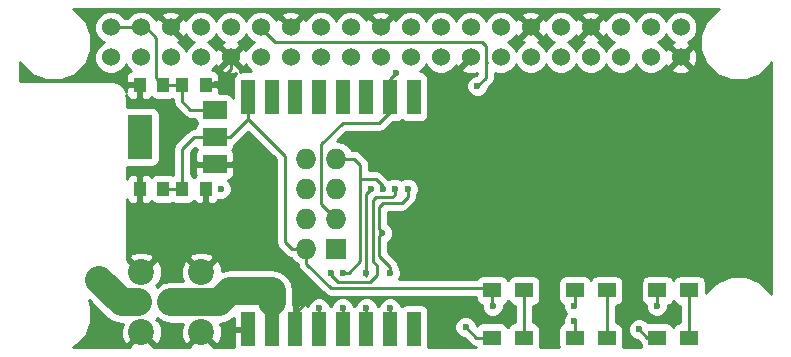
<source format=gtl>
G04 #@! TF.FileFunction,Copper,L1,Top,Signal*
%FSLAX46Y46*%
G04 Gerber Fmt 4.6, Leading zero omitted, Abs format (unit mm)*
G04 Created by KiCad (PCBNEW 4.0.6) date 08/31/17 22:55:35*
%MOMM*%
%LPD*%
G01*
G04 APERTURE LIST*
%ADD10C,0.100000*%
%ADD11C,1.524000*%
%ADD12O,1.727200X1.727200*%
%ADD13R,1.727200X1.727200*%
%ADD14R,1.500000X1.300000*%
%ADD15C,2.200000*%
%ADD16C,2.000000*%
%ADD17C,1.143000*%
%ADD18R,1.200000X3.000000*%
%ADD19R,1.000000X1.250000*%
%ADD20R,2.000000X3.800000*%
%ADD21R,2.000000X1.500000*%
%ADD22C,0.600000*%
%ADD23C,0.250000*%
%ADD24C,2.400000*%
%ADD25C,2.410000*%
%ADD26C,0.254000*%
G04 APERTURE END LIST*
D10*
D11*
X124371100Y-106273600D03*
X124371100Y-103733600D03*
X126911100Y-106273600D03*
X126911100Y-103733600D03*
X129451100Y-106273600D03*
X129451100Y-103733600D03*
X131991100Y-106273600D03*
X131991100Y-103733600D03*
X134531100Y-106273600D03*
X134531100Y-103733600D03*
X137071100Y-106273600D03*
X137071100Y-103733600D03*
X139611100Y-106273600D03*
X139611100Y-103733600D03*
X142151100Y-106273600D03*
X142151100Y-103733600D03*
X144691100Y-106273600D03*
X144691100Y-103733600D03*
X147231100Y-106273600D03*
X147231100Y-103733600D03*
X149771100Y-106273600D03*
X149771100Y-103733600D03*
X152311100Y-106273600D03*
X152311100Y-103733600D03*
X154851100Y-106273600D03*
X154851100Y-103733600D03*
X157391100Y-106273600D03*
X157391100Y-103733600D03*
X159931100Y-106273600D03*
X159931100Y-103733600D03*
X162471100Y-106273600D03*
X162471100Y-103733600D03*
X165011100Y-106273600D03*
X165011100Y-103733600D03*
X167551100Y-106273600D03*
X167551100Y-103733600D03*
X170091100Y-106273600D03*
X170091100Y-103733600D03*
X172631100Y-106273600D03*
X172631100Y-103733600D03*
D12*
X143476000Y-114856000D03*
X140936000Y-114856000D03*
X143476000Y-117396000D03*
X140936000Y-117396000D03*
X143476000Y-119936000D03*
X140936000Y-119936000D03*
D13*
X143476000Y-122476000D03*
D12*
X140936000Y-122476000D03*
D14*
X156650000Y-130000000D03*
X159350000Y-130000000D03*
X163650000Y-130000000D03*
X166350000Y-130000000D03*
X170650000Y-130000000D03*
X173350000Y-130000000D03*
D15*
X126960000Y-129540000D03*
X126960000Y-124460000D03*
X132040000Y-124460000D03*
X132040000Y-129540000D03*
D16*
X129500000Y-127000000D03*
D14*
X156650000Y-126000000D03*
X159350000Y-126000000D03*
X163650000Y-126000000D03*
X166350000Y-126000000D03*
X170650000Y-126000000D03*
X173350000Y-126000000D03*
X126650000Y-127000000D03*
X129350000Y-127000000D03*
D17*
X123400000Y-125100000D03*
D18*
X150000000Y-109600000D03*
X148000000Y-109600000D03*
X146000000Y-109600000D03*
X144000000Y-109600000D03*
X142000000Y-109600000D03*
X140000000Y-109600000D03*
X138000000Y-109600000D03*
X136000000Y-109600000D03*
X136000000Y-129300000D03*
X138000000Y-129300000D03*
X140000000Y-129300000D03*
X142000000Y-129300000D03*
X144000000Y-129300000D03*
X146000000Y-129300000D03*
X148000000Y-129300000D03*
X150000000Y-129300000D03*
D19*
X130400000Y-108600000D03*
X132400000Y-108600000D03*
X128800000Y-108600000D03*
X126800000Y-108600000D03*
X130400000Y-117400000D03*
X132400000Y-117400000D03*
X128800000Y-117400000D03*
X126800000Y-117400000D03*
D20*
X126850000Y-113000000D03*
D21*
X133150000Y-113000000D03*
X133150000Y-110700000D03*
X133150000Y-115300000D03*
D22*
X133700000Y-117400000D03*
X155400000Y-108700000D03*
X154400000Y-129100000D03*
X163600000Y-128600000D03*
X169100000Y-129300000D03*
X140900000Y-126000000D03*
X126000000Y-108600000D03*
X133400000Y-108500000D03*
X131500000Y-115300000D03*
X126800000Y-116100000D03*
X134400000Y-129400000D03*
X145700000Y-113000000D03*
X170600000Y-127300000D03*
X163600000Y-127300000D03*
X156700000Y-127300000D03*
X146000000Y-127500000D03*
X146000000Y-124500000D03*
X146400000Y-117400000D03*
X144000000Y-127500000D03*
X147400000Y-117400000D03*
X144000000Y-124500000D03*
X148500000Y-107600000D03*
X142000000Y-127500000D03*
X143000000Y-124500000D03*
X148400000Y-117400000D03*
X148000000Y-127500000D03*
X149500000Y-117400000D03*
X148000000Y-124500000D03*
X147350000Y-121150000D03*
D23*
X156650000Y-130000000D02*
X155300000Y-130000000D01*
X156200000Y-106700000D02*
X156100000Y-106700000D01*
X156100000Y-106800000D02*
X156200000Y-106700000D01*
X156100000Y-108000000D02*
X156100000Y-106800000D01*
X155400000Y-108700000D02*
X156100000Y-108000000D01*
X155300000Y-130000000D02*
X154400000Y-129100000D01*
X137071100Y-103733600D02*
X137071100Y-103771100D01*
X137071100Y-103771100D02*
X138300000Y-105000000D01*
X156100000Y-105300000D02*
X156100000Y-106700000D01*
X155800000Y-105000000D02*
X156100000Y-105300000D01*
X138300000Y-105000000D02*
X155800000Y-105000000D01*
X159350000Y-126000000D02*
X159350000Y-130000000D01*
X163600000Y-128600000D02*
X163650000Y-128650000D01*
X163650000Y-128650000D02*
X163650000Y-130000000D01*
X166350000Y-126000000D02*
X166350000Y-130000000D01*
X169100000Y-129300000D02*
X169800000Y-130000000D01*
X169800000Y-130000000D02*
X170650000Y-130000000D01*
X173350000Y-126000000D02*
X173350000Y-130000000D01*
X140900000Y-126000000D02*
X140950000Y-126050000D01*
X140950000Y-126050000D02*
X140950000Y-126950000D01*
X126800000Y-108600000D02*
X126000000Y-108600000D01*
X133400000Y-108500000D02*
X133350000Y-108450000D01*
X133350000Y-108450000D02*
X133400000Y-108500000D01*
X133400000Y-108500000D02*
X133400000Y-108400000D01*
X133150000Y-115300000D02*
X131500000Y-115300000D01*
X126800000Y-117400000D02*
X126800000Y-116100000D01*
X136000000Y-129300000D02*
X134500000Y-129300000D01*
X134500000Y-129300000D02*
X134400000Y-129400000D01*
X132400000Y-108600000D02*
X133200000Y-108600000D01*
X134531100Y-107268900D02*
X134531100Y-106273600D01*
X133200000Y-108600000D02*
X133400000Y-108400000D01*
X133400000Y-108400000D02*
X134531100Y-107268900D01*
X136000000Y-129300000D02*
X136000000Y-128100000D01*
X136000000Y-129300000D02*
X136000000Y-128400000D01*
X140000000Y-129300000D02*
X140000000Y-127900000D01*
X140000000Y-127900000D02*
X140950000Y-126950000D01*
X140950000Y-126950000D02*
X141400000Y-126500000D01*
D24*
X134450000Y-126050000D02*
X138000000Y-126050000D01*
X138000000Y-126050000D02*
X138000000Y-127000000D01*
D23*
X138000000Y-127000000D02*
X138000000Y-129300000D01*
D24*
X129500000Y-127000000D02*
X133000000Y-127000000D01*
X133000000Y-127000000D02*
X133500000Y-127000000D01*
X133500000Y-127000000D02*
X134450000Y-126050000D01*
D23*
X138000000Y-128000000D02*
X138000000Y-129300000D01*
X130400000Y-117400000D02*
X130400000Y-114000000D01*
X131400000Y-113000000D02*
X133150000Y-113000000D01*
X130400000Y-114000000D02*
X131400000Y-113000000D01*
X128800000Y-117400000D02*
X130400000Y-117400000D01*
X133150000Y-113000000D02*
X134500000Y-113000000D01*
X134500000Y-113000000D02*
X136000000Y-111500000D01*
X136000000Y-109600000D02*
X136000000Y-111500000D01*
X136000000Y-111500000D02*
X137600000Y-113100000D01*
X137600000Y-113100000D02*
X139100000Y-114600000D01*
X139100000Y-114600000D02*
X139100000Y-121900000D01*
X139100000Y-121900000D02*
X139676000Y-122476000D01*
X139676000Y-122476000D02*
X140936000Y-122476000D01*
X170650000Y-127250000D02*
X170650000Y-126000000D01*
X170600000Y-127300000D02*
X170650000Y-127250000D01*
X156650000Y-126000000D02*
X156650000Y-127250000D01*
X163650000Y-127250000D02*
X163650000Y-126000000D01*
X163600000Y-127300000D02*
X163650000Y-127250000D01*
X156650000Y-127250000D02*
X156700000Y-127300000D01*
X140936000Y-122476000D02*
X140936000Y-123736000D01*
X143000000Y-125800000D02*
X156450000Y-125800000D01*
X140936000Y-123736000D02*
X143000000Y-125800000D01*
X156450000Y-125800000D02*
X156650000Y-126000000D01*
X146000000Y-127500000D02*
X146000000Y-129300000D01*
X146000000Y-119600000D02*
X146000000Y-117800000D01*
X146000000Y-117800000D02*
X146400000Y-117400000D01*
X146000000Y-124500000D02*
X146000000Y-124750000D01*
X146000000Y-119600000D02*
X146000000Y-124750000D01*
X144000000Y-127500000D02*
X144000000Y-129300000D01*
X144800000Y-114856000D02*
X144956000Y-114856000D01*
X144956000Y-114856000D02*
X145500000Y-115400000D01*
X147400000Y-117400000D02*
X147400000Y-117200000D01*
X147400000Y-117200000D02*
X146800000Y-116600000D01*
X146800000Y-116600000D02*
X145500000Y-116600000D01*
X144700000Y-114856000D02*
X144800000Y-114856000D01*
X145500000Y-119400000D02*
X145500000Y-116600000D01*
X145500000Y-123500000D02*
X145500000Y-119400000D01*
X144500000Y-124500000D02*
X145500000Y-123500000D01*
X144000000Y-124500000D02*
X144500000Y-124500000D01*
X145500000Y-116600000D02*
X145500000Y-115400000D01*
X144700000Y-114856000D02*
X143476000Y-114856000D01*
X142200000Y-114100000D02*
X142200000Y-113600000D01*
X144000000Y-111800000D02*
X144800000Y-111800000D01*
X142200000Y-113600000D02*
X144000000Y-111800000D01*
X148000000Y-109600000D02*
X148000000Y-110900000D01*
X148000000Y-110900000D02*
X147100000Y-111800000D01*
X147100000Y-111800000D02*
X144800000Y-111800000D01*
X143476000Y-119936000D02*
X143476000Y-119926000D01*
X143476000Y-119926000D02*
X142200000Y-118650000D01*
X142200000Y-118650000D02*
X142200000Y-114100000D01*
X148500000Y-107600000D02*
X148000000Y-108100000D01*
X148000000Y-108100000D02*
X148000000Y-109600000D01*
X142000000Y-127500000D02*
X142000000Y-129300000D01*
X146550000Y-120800000D02*
X146550000Y-118350000D01*
X148400000Y-117900000D02*
X148400000Y-117400000D01*
X148200000Y-118100000D02*
X148400000Y-117900000D01*
X146800000Y-118100000D02*
X148200000Y-118100000D01*
X146550000Y-118350000D02*
X146800000Y-118100000D01*
X146900000Y-124200000D02*
X146900000Y-124700000D01*
X146900000Y-124700000D02*
X146300000Y-125300000D01*
X143000000Y-124500000D02*
X143000000Y-124700000D01*
X146550000Y-123000000D02*
X146550000Y-120800000D01*
X146550000Y-123550000D02*
X146900000Y-123900000D01*
X146900000Y-123900000D02*
X146900000Y-124200000D01*
X146550000Y-123000000D02*
X146550000Y-123550000D01*
X143000000Y-124700000D02*
X143600000Y-125300000D01*
X143600000Y-125300000D02*
X146300000Y-125300000D01*
X146300000Y-125300000D02*
X146900000Y-124700000D01*
X148000000Y-127500000D02*
X148000000Y-129300000D01*
X147350000Y-121050000D02*
X147100000Y-120800000D01*
X147100000Y-120800000D02*
X147100000Y-118900000D01*
X147100000Y-118900000D02*
X147400000Y-118600000D01*
X147400000Y-118600000D02*
X149000000Y-118600000D01*
X149000000Y-118600000D02*
X149500000Y-118100000D01*
X149500000Y-118100000D02*
X149500000Y-117400000D01*
X147350000Y-121150000D02*
X147350000Y-121050000D01*
X148000000Y-124500000D02*
X148000000Y-124000000D01*
X148000000Y-124000000D02*
X147100000Y-123100000D01*
X148000000Y-128000000D02*
X148000000Y-129300000D01*
X147100000Y-121400000D02*
X147100000Y-123100000D01*
X147350000Y-121150000D02*
X147100000Y-121400000D01*
D25*
X126650000Y-127000000D02*
X125300000Y-127000000D01*
X125300000Y-127000000D02*
X123400000Y-125100000D01*
D23*
X123400000Y-125100000D02*
X123400000Y-125350000D01*
X126911100Y-103733600D02*
X127333600Y-103733600D01*
X127333600Y-103733600D02*
X128200000Y-104600000D01*
X128200000Y-108000000D02*
X128800000Y-108600000D01*
X128200000Y-104600000D02*
X128200000Y-108000000D01*
X124371100Y-103733600D02*
X126911100Y-103733600D01*
X130400000Y-108600000D02*
X130400000Y-110000000D01*
X131100000Y-110700000D02*
X133150000Y-110700000D01*
X130400000Y-110000000D02*
X131100000Y-110700000D01*
X128800000Y-108600000D02*
X130400000Y-108600000D01*
D26*
G36*
X175678368Y-102270528D02*
X174771214Y-103176100D01*
X174279660Y-104359893D01*
X174278542Y-105641684D01*
X174768028Y-106826332D01*
X175673600Y-107733486D01*
X176857393Y-108225040D01*
X178139184Y-108226158D01*
X179323832Y-107736672D01*
X180230986Y-106831100D01*
X180290000Y-106688979D01*
X180290000Y-126315982D01*
X180234172Y-126180868D01*
X179328600Y-125273714D01*
X178144807Y-124782160D01*
X176863016Y-124781042D01*
X175678368Y-125270528D01*
X174771214Y-126176100D01*
X174747440Y-126233354D01*
X174747440Y-125350000D01*
X174703162Y-125114683D01*
X174564090Y-124898559D01*
X174351890Y-124753569D01*
X174100000Y-124702560D01*
X172600000Y-124702560D01*
X172364683Y-124746838D01*
X172148559Y-124885910D01*
X172003569Y-125098110D01*
X172000919Y-125111197D01*
X171864090Y-124898559D01*
X171651890Y-124753569D01*
X171400000Y-124702560D01*
X169900000Y-124702560D01*
X169664683Y-124746838D01*
X169448559Y-124885910D01*
X169303569Y-125098110D01*
X169252560Y-125350000D01*
X169252560Y-126650000D01*
X169296838Y-126885317D01*
X169435910Y-127101441D01*
X169648110Y-127246431D01*
X169665043Y-127249860D01*
X169664838Y-127485167D01*
X169806883Y-127828943D01*
X170069673Y-128092192D01*
X170413201Y-128234838D01*
X170785167Y-128235162D01*
X171128943Y-128093117D01*
X171392192Y-127830327D01*
X171534838Y-127486799D01*
X171535025Y-127272033D01*
X171635317Y-127253162D01*
X171851441Y-127114090D01*
X171996431Y-126901890D01*
X171999081Y-126888803D01*
X172135910Y-127101441D01*
X172348110Y-127246431D01*
X172590000Y-127295415D01*
X172590000Y-128704442D01*
X172364683Y-128746838D01*
X172148559Y-128885910D01*
X172003569Y-129098110D01*
X172000919Y-129111197D01*
X171864090Y-128898559D01*
X171651890Y-128753569D01*
X171400000Y-128702560D01*
X169900000Y-128702560D01*
X169836641Y-128714482D01*
X169630327Y-128507808D01*
X169286799Y-128365162D01*
X168914833Y-128364838D01*
X168571057Y-128506883D01*
X168307808Y-128769673D01*
X168165162Y-129113201D01*
X168164838Y-129485167D01*
X168306883Y-129828943D01*
X168569673Y-130092192D01*
X168913201Y-130234838D01*
X168960076Y-130234879D01*
X169252560Y-130527363D01*
X169252560Y-130650000D01*
X169278903Y-130790000D01*
X167719089Y-130790000D01*
X167747440Y-130650000D01*
X167747440Y-129350000D01*
X167703162Y-129114683D01*
X167564090Y-128898559D01*
X167351890Y-128753569D01*
X167110000Y-128704585D01*
X167110000Y-127295558D01*
X167335317Y-127253162D01*
X167551441Y-127114090D01*
X167696431Y-126901890D01*
X167747440Y-126650000D01*
X167747440Y-125350000D01*
X167703162Y-125114683D01*
X167564090Y-124898559D01*
X167351890Y-124753569D01*
X167100000Y-124702560D01*
X165600000Y-124702560D01*
X165364683Y-124746838D01*
X165148559Y-124885910D01*
X165003569Y-125098110D01*
X165000919Y-125111197D01*
X164864090Y-124898559D01*
X164651890Y-124753569D01*
X164400000Y-124702560D01*
X162900000Y-124702560D01*
X162664683Y-124746838D01*
X162448559Y-124885910D01*
X162303569Y-125098110D01*
X162252560Y-125350000D01*
X162252560Y-126650000D01*
X162296838Y-126885317D01*
X162435910Y-127101441D01*
X162648110Y-127246431D01*
X162665043Y-127249860D01*
X162664838Y-127485167D01*
X162806883Y-127828943D01*
X162927710Y-127949981D01*
X162807808Y-128069673D01*
X162665162Y-128413201D01*
X162664871Y-128746803D01*
X162664683Y-128746838D01*
X162448559Y-128885910D01*
X162303569Y-129098110D01*
X162252560Y-129350000D01*
X162252560Y-130650000D01*
X162278903Y-130790000D01*
X160719089Y-130790000D01*
X160747440Y-130650000D01*
X160747440Y-129350000D01*
X160703162Y-129114683D01*
X160564090Y-128898559D01*
X160351890Y-128753569D01*
X160110000Y-128704585D01*
X160110000Y-127295558D01*
X160335317Y-127253162D01*
X160551441Y-127114090D01*
X160696431Y-126901890D01*
X160747440Y-126650000D01*
X160747440Y-125350000D01*
X160703162Y-125114683D01*
X160564090Y-124898559D01*
X160351890Y-124753569D01*
X160100000Y-124702560D01*
X158600000Y-124702560D01*
X158364683Y-124746838D01*
X158148559Y-124885910D01*
X158003569Y-125098110D01*
X158000919Y-125111197D01*
X157864090Y-124898559D01*
X157651890Y-124753569D01*
X157400000Y-124702560D01*
X155900000Y-124702560D01*
X155664683Y-124746838D01*
X155448559Y-124885910D01*
X155343274Y-125040000D01*
X148782502Y-125040000D01*
X148792192Y-125030327D01*
X148934838Y-124686799D01*
X148935162Y-124314833D01*
X148793117Y-123971057D01*
X148744569Y-123922424D01*
X148723370Y-123815850D01*
X148702148Y-123709160D01*
X148537401Y-123462599D01*
X147860000Y-122785198D01*
X147860000Y-121950944D01*
X147878943Y-121943117D01*
X148142192Y-121680327D01*
X148284838Y-121336799D01*
X148285162Y-120964833D01*
X148143117Y-120621057D01*
X147880327Y-120357808D01*
X147860000Y-120349367D01*
X147860000Y-119360000D01*
X149000000Y-119360000D01*
X149290839Y-119302148D01*
X149537401Y-119137401D01*
X150037401Y-118637401D01*
X150202148Y-118390839D01*
X150260000Y-118100000D01*
X150260000Y-117962463D01*
X150292192Y-117930327D01*
X150434838Y-117586799D01*
X150435162Y-117214833D01*
X150293117Y-116871057D01*
X150030327Y-116607808D01*
X149686799Y-116465162D01*
X149314833Y-116464838D01*
X148971057Y-116606883D01*
X148950194Y-116627710D01*
X148930327Y-116607808D01*
X148586799Y-116465162D01*
X148214833Y-116464838D01*
X147899649Y-116595069D01*
X147848726Y-116573924D01*
X147337401Y-116062599D01*
X147090839Y-115897852D01*
X146800000Y-115840000D01*
X146260000Y-115840000D01*
X146260000Y-115400000D01*
X146240536Y-115302148D01*
X146202148Y-115109160D01*
X146037401Y-114862599D01*
X145493401Y-114318599D01*
X145246839Y-114153852D01*
X144956000Y-114096000D01*
X144755520Y-114096000D01*
X144535670Y-113766971D01*
X144049489Y-113442115D01*
X143535021Y-113339781D01*
X144314802Y-112560000D01*
X147100000Y-112560000D01*
X147390839Y-112502148D01*
X147637401Y-112337401D01*
X148227362Y-111747440D01*
X148600000Y-111747440D01*
X148835317Y-111703162D01*
X149001477Y-111596241D01*
X149148110Y-111696431D01*
X149400000Y-111747440D01*
X150600000Y-111747440D01*
X150835317Y-111703162D01*
X151051441Y-111564090D01*
X151196431Y-111351890D01*
X151247440Y-111100000D01*
X151247440Y-108100000D01*
X151203162Y-107864683D01*
X151064090Y-107648559D01*
X150851890Y-107503569D01*
X150600000Y-107452560D01*
X150567464Y-107452560D01*
X150954729Y-107065970D01*
X151041049Y-106858088D01*
X151126090Y-107063903D01*
X151518730Y-107457229D01*
X152032000Y-107670357D01*
X152587761Y-107670842D01*
X153101403Y-107458610D01*
X153494729Y-107065970D01*
X153574495Y-106873873D01*
X153628703Y-107004743D01*
X153870887Y-107074208D01*
X154671495Y-106273600D01*
X154657353Y-106259458D01*
X154836958Y-106079853D01*
X154851100Y-106093995D01*
X154865243Y-106079853D01*
X155044848Y-106259458D01*
X155030705Y-106273600D01*
X155044848Y-106287743D01*
X154865243Y-106467348D01*
X154851100Y-106453205D01*
X154050492Y-107253813D01*
X154119957Y-107495997D01*
X154643402Y-107682744D01*
X155198468Y-107654962D01*
X155340000Y-107596337D01*
X155340000Y-107685197D01*
X155260320Y-107764878D01*
X155214833Y-107764838D01*
X154871057Y-107906883D01*
X154607808Y-108169673D01*
X154465162Y-108513201D01*
X154464838Y-108885167D01*
X154606883Y-109228943D01*
X154869673Y-109492192D01*
X155213201Y-109634838D01*
X155585167Y-109635162D01*
X155928943Y-109493117D01*
X156192192Y-109230327D01*
X156334838Y-108886799D01*
X156334879Y-108839924D01*
X156637401Y-108537402D01*
X156768161Y-108341704D01*
X156802148Y-108290839D01*
X156860000Y-108000000D01*
X156860000Y-107565718D01*
X157112000Y-107670357D01*
X157667761Y-107670842D01*
X158181403Y-107458610D01*
X158574729Y-107065970D01*
X158661049Y-106858088D01*
X158746090Y-107063903D01*
X159138730Y-107457229D01*
X159652000Y-107670357D01*
X160207761Y-107670842D01*
X160721403Y-107458610D01*
X161114729Y-107065970D01*
X161201049Y-106858088D01*
X161286090Y-107063903D01*
X161678730Y-107457229D01*
X162192000Y-107670357D01*
X162747761Y-107670842D01*
X163261403Y-107458610D01*
X163654729Y-107065970D01*
X163741049Y-106858088D01*
X163826090Y-107063903D01*
X164218730Y-107457229D01*
X164732000Y-107670357D01*
X165287761Y-107670842D01*
X165801403Y-107458610D01*
X166194729Y-107065970D01*
X166281049Y-106858088D01*
X166366090Y-107063903D01*
X166758730Y-107457229D01*
X167272000Y-107670357D01*
X167827761Y-107670842D01*
X168341403Y-107458610D01*
X168734729Y-107065970D01*
X168821049Y-106858088D01*
X168906090Y-107063903D01*
X169298730Y-107457229D01*
X169812000Y-107670357D01*
X170367761Y-107670842D01*
X170881403Y-107458610D01*
X171086557Y-107253813D01*
X171830492Y-107253813D01*
X171899957Y-107495997D01*
X172423402Y-107682744D01*
X172978468Y-107654962D01*
X173362243Y-107495997D01*
X173431708Y-107253813D01*
X172631100Y-106453205D01*
X171830492Y-107253813D01*
X171086557Y-107253813D01*
X171274729Y-107065970D01*
X171354495Y-106873873D01*
X171408703Y-107004743D01*
X171650887Y-107074208D01*
X172451495Y-106273600D01*
X172810705Y-106273600D01*
X173611313Y-107074208D01*
X173853497Y-107004743D01*
X174040244Y-106481298D01*
X174012462Y-105926232D01*
X173853497Y-105542457D01*
X173611313Y-105472992D01*
X172810705Y-106273600D01*
X172451495Y-106273600D01*
X171650887Y-105472992D01*
X171408703Y-105542457D01*
X171358591Y-105682918D01*
X171276110Y-105483297D01*
X170883470Y-105089971D01*
X170675588Y-105003651D01*
X170881403Y-104918610D01*
X171274729Y-104525970D01*
X171361049Y-104318088D01*
X171446090Y-104523903D01*
X171838730Y-104917229D01*
X172030827Y-104996995D01*
X171899957Y-105051203D01*
X171830492Y-105293387D01*
X172631100Y-106093995D01*
X173431708Y-105293387D01*
X173362243Y-105051203D01*
X173221782Y-105001091D01*
X173421403Y-104918610D01*
X173814729Y-104525970D01*
X174027857Y-104012700D01*
X174028342Y-103456939D01*
X173816110Y-102943297D01*
X173423470Y-102549971D01*
X172910200Y-102336843D01*
X172354439Y-102336358D01*
X171840797Y-102548590D01*
X171447471Y-102941230D01*
X171361151Y-103149112D01*
X171276110Y-102943297D01*
X170883470Y-102549971D01*
X170370200Y-102336843D01*
X169814439Y-102336358D01*
X169300797Y-102548590D01*
X168907471Y-102941230D01*
X168821151Y-103149112D01*
X168736110Y-102943297D01*
X168343470Y-102549971D01*
X167830200Y-102336843D01*
X167274439Y-102336358D01*
X166760797Y-102548590D01*
X166367471Y-102941230D01*
X166287705Y-103133327D01*
X166233497Y-103002457D01*
X165991313Y-102932992D01*
X165190705Y-103733600D01*
X165991313Y-104534208D01*
X166233497Y-104464743D01*
X166283609Y-104324282D01*
X166366090Y-104523903D01*
X166758730Y-104917229D01*
X166966612Y-105003549D01*
X166760797Y-105088590D01*
X166367471Y-105481230D01*
X166281151Y-105689112D01*
X166196110Y-105483297D01*
X165803470Y-105089971D01*
X165611373Y-105010205D01*
X165742243Y-104955997D01*
X165811708Y-104713813D01*
X165011100Y-103913205D01*
X164210492Y-104713813D01*
X164279957Y-104955997D01*
X164420418Y-105006109D01*
X164220797Y-105088590D01*
X163827471Y-105481230D01*
X163741151Y-105689112D01*
X163656110Y-105483297D01*
X163263470Y-105089971D01*
X163055588Y-105003651D01*
X163261403Y-104918610D01*
X163654729Y-104525970D01*
X163734495Y-104333873D01*
X163788703Y-104464743D01*
X164030887Y-104534208D01*
X164831495Y-103733600D01*
X164030887Y-102932992D01*
X163788703Y-103002457D01*
X163738591Y-103142918D01*
X163656110Y-102943297D01*
X163466532Y-102753387D01*
X164210492Y-102753387D01*
X165011100Y-103553995D01*
X165811708Y-102753387D01*
X165742243Y-102511203D01*
X165218798Y-102324456D01*
X164663732Y-102352238D01*
X164279957Y-102511203D01*
X164210492Y-102753387D01*
X163466532Y-102753387D01*
X163263470Y-102549971D01*
X162750200Y-102336843D01*
X162194439Y-102336358D01*
X161680797Y-102548590D01*
X161287471Y-102941230D01*
X161207705Y-103133327D01*
X161153497Y-103002457D01*
X160911313Y-102932992D01*
X160110705Y-103733600D01*
X160911313Y-104534208D01*
X161153497Y-104464743D01*
X161203609Y-104324282D01*
X161286090Y-104523903D01*
X161678730Y-104917229D01*
X161886612Y-105003549D01*
X161680797Y-105088590D01*
X161287471Y-105481230D01*
X161201151Y-105689112D01*
X161116110Y-105483297D01*
X160723470Y-105089971D01*
X160531373Y-105010205D01*
X160662243Y-104955997D01*
X160731708Y-104713813D01*
X159931100Y-103913205D01*
X159130492Y-104713813D01*
X159199957Y-104955997D01*
X159340418Y-105006109D01*
X159140797Y-105088590D01*
X158747471Y-105481230D01*
X158661151Y-105689112D01*
X158576110Y-105483297D01*
X158183470Y-105089971D01*
X157975588Y-105003651D01*
X158181403Y-104918610D01*
X158574729Y-104525970D01*
X158654495Y-104333873D01*
X158708703Y-104464743D01*
X158950887Y-104534208D01*
X159751495Y-103733600D01*
X158950887Y-102932992D01*
X158708703Y-103002457D01*
X158658591Y-103142918D01*
X158576110Y-102943297D01*
X158386532Y-102753387D01*
X159130492Y-102753387D01*
X159931100Y-103553995D01*
X160731708Y-102753387D01*
X160662243Y-102511203D01*
X160138798Y-102324456D01*
X159583732Y-102352238D01*
X159199957Y-102511203D01*
X159130492Y-102753387D01*
X158386532Y-102753387D01*
X158183470Y-102549971D01*
X157670200Y-102336843D01*
X157114439Y-102336358D01*
X156600797Y-102548590D01*
X156207471Y-102941230D01*
X156121151Y-103149112D01*
X156036110Y-102943297D01*
X155643470Y-102549971D01*
X155130200Y-102336843D01*
X154574439Y-102336358D01*
X154060797Y-102548590D01*
X153667471Y-102941230D01*
X153581151Y-103149112D01*
X153496110Y-102943297D01*
X153103470Y-102549971D01*
X152590200Y-102336843D01*
X152034439Y-102336358D01*
X151520797Y-102548590D01*
X151127471Y-102941230D01*
X151041151Y-103149112D01*
X150956110Y-102943297D01*
X150563470Y-102549971D01*
X150050200Y-102336843D01*
X149494439Y-102336358D01*
X148980797Y-102548590D01*
X148587471Y-102941230D01*
X148507705Y-103133327D01*
X148453497Y-103002457D01*
X148211313Y-102932992D01*
X147410705Y-103733600D01*
X147424848Y-103747743D01*
X147245243Y-103927348D01*
X147231100Y-103913205D01*
X147216958Y-103927348D01*
X147037353Y-103747743D01*
X147051495Y-103733600D01*
X146250887Y-102932992D01*
X146008703Y-103002457D01*
X145958591Y-103142918D01*
X145876110Y-102943297D01*
X145686532Y-102753387D01*
X146430492Y-102753387D01*
X147231100Y-103553995D01*
X148031708Y-102753387D01*
X147962243Y-102511203D01*
X147438798Y-102324456D01*
X146883732Y-102352238D01*
X146499957Y-102511203D01*
X146430492Y-102753387D01*
X145686532Y-102753387D01*
X145483470Y-102549971D01*
X144970200Y-102336843D01*
X144414439Y-102336358D01*
X143900797Y-102548590D01*
X143507471Y-102941230D01*
X143421151Y-103149112D01*
X143336110Y-102943297D01*
X142943470Y-102549971D01*
X142430200Y-102336843D01*
X141874439Y-102336358D01*
X141360797Y-102548590D01*
X140967471Y-102941230D01*
X140887705Y-103133327D01*
X140833497Y-103002457D01*
X140591313Y-102932992D01*
X139790705Y-103733600D01*
X139804848Y-103747743D01*
X139625243Y-103927348D01*
X139611100Y-103913205D01*
X139596958Y-103927348D01*
X139417353Y-103747743D01*
X139431495Y-103733600D01*
X138630887Y-102932992D01*
X138388703Y-103002457D01*
X138338591Y-103142918D01*
X138256110Y-102943297D01*
X138066532Y-102753387D01*
X138810492Y-102753387D01*
X139611100Y-103553995D01*
X140411708Y-102753387D01*
X140342243Y-102511203D01*
X139818798Y-102324456D01*
X139263732Y-102352238D01*
X138879957Y-102511203D01*
X138810492Y-102753387D01*
X138066532Y-102753387D01*
X137863470Y-102549971D01*
X137350200Y-102336843D01*
X136794439Y-102336358D01*
X136280797Y-102548590D01*
X135887471Y-102941230D01*
X135801151Y-103149112D01*
X135716110Y-102943297D01*
X135323470Y-102549971D01*
X134810200Y-102336843D01*
X134254439Y-102336358D01*
X133740797Y-102548590D01*
X133347471Y-102941230D01*
X133261151Y-103149112D01*
X133176110Y-102943297D01*
X132783470Y-102549971D01*
X132270200Y-102336843D01*
X131714439Y-102336358D01*
X131200797Y-102548590D01*
X130807471Y-102941230D01*
X130727705Y-103133327D01*
X130673497Y-103002457D01*
X130431313Y-102932992D01*
X129630705Y-103733600D01*
X130431313Y-104534208D01*
X130673497Y-104464743D01*
X130723609Y-104324282D01*
X130806090Y-104523903D01*
X131198730Y-104917229D01*
X131406612Y-105003549D01*
X131200797Y-105088590D01*
X130807471Y-105481230D01*
X130721151Y-105689112D01*
X130636110Y-105483297D01*
X130243470Y-105089971D01*
X130051373Y-105010205D01*
X130182243Y-104955997D01*
X130251708Y-104713813D01*
X129451100Y-103913205D01*
X129436958Y-103927348D01*
X129257353Y-103747743D01*
X129271495Y-103733600D01*
X128470887Y-102932992D01*
X128228703Y-103002457D01*
X128178591Y-103142918D01*
X128096110Y-102943297D01*
X127906532Y-102753387D01*
X128650492Y-102753387D01*
X129451100Y-103553995D01*
X130251708Y-102753387D01*
X130182243Y-102511203D01*
X129658798Y-102324456D01*
X129103732Y-102352238D01*
X128719957Y-102511203D01*
X128650492Y-102753387D01*
X127906532Y-102753387D01*
X127703470Y-102549971D01*
X127190200Y-102336843D01*
X126634439Y-102336358D01*
X126120797Y-102548590D01*
X125727471Y-102941230D01*
X125714030Y-102973600D01*
X125568631Y-102973600D01*
X125556110Y-102943297D01*
X125163470Y-102549971D01*
X124650200Y-102336843D01*
X124094439Y-102336358D01*
X123580797Y-102548590D01*
X123187471Y-102941230D01*
X122974343Y-103454500D01*
X122973858Y-104010261D01*
X123186090Y-104523903D01*
X123578730Y-104917229D01*
X123786612Y-105003549D01*
X123580797Y-105088590D01*
X123187471Y-105481230D01*
X122974343Y-105994500D01*
X122973858Y-106550261D01*
X123186090Y-107063903D01*
X123578730Y-107457229D01*
X124092000Y-107670357D01*
X124647761Y-107670842D01*
X125161403Y-107458610D01*
X125554729Y-107065970D01*
X125641049Y-106858088D01*
X125726090Y-107063903D01*
X126052017Y-107390399D01*
X125940302Y-107436673D01*
X125761673Y-107615301D01*
X125665000Y-107848690D01*
X125665000Y-108314250D01*
X125823750Y-108473000D01*
X126673000Y-108473000D01*
X126673000Y-108453000D01*
X126927000Y-108453000D01*
X126927000Y-108473000D01*
X126947000Y-108473000D01*
X126947000Y-108727000D01*
X126927000Y-108727000D01*
X126927000Y-109701250D01*
X127085750Y-109860000D01*
X127426309Y-109860000D01*
X127659698Y-109763327D01*
X127800936Y-109622090D01*
X127835910Y-109676441D01*
X128048110Y-109821431D01*
X128300000Y-109872440D01*
X129300000Y-109872440D01*
X129535317Y-109828162D01*
X129598478Y-109787519D01*
X129640000Y-109815890D01*
X129640000Y-110000000D01*
X129697852Y-110290839D01*
X129862599Y-110537401D01*
X130562598Y-111237401D01*
X130709141Y-111335317D01*
X130809161Y-111402148D01*
X131100000Y-111460000D01*
X131504442Y-111460000D01*
X131546838Y-111685317D01*
X131653759Y-111851477D01*
X131553569Y-111998110D01*
X131504585Y-112240000D01*
X131400000Y-112240000D01*
X131109161Y-112297852D01*
X130862599Y-112462599D01*
X129862599Y-113462599D01*
X129697852Y-113709161D01*
X129640000Y-114000000D01*
X129640000Y-116187721D01*
X129601522Y-116212481D01*
X129551890Y-116178569D01*
X129300000Y-116127560D01*
X128300000Y-116127560D01*
X128064683Y-116171838D01*
X127848559Y-116310910D01*
X127802031Y-116379006D01*
X127659698Y-116236673D01*
X127426309Y-116140000D01*
X127085750Y-116140000D01*
X126927000Y-116298750D01*
X126927000Y-117273000D01*
X126947000Y-117273000D01*
X126947000Y-117527000D01*
X126927000Y-117527000D01*
X126927000Y-118501250D01*
X127085750Y-118660000D01*
X127426309Y-118660000D01*
X127659698Y-118563327D01*
X127800936Y-118422090D01*
X127835910Y-118476441D01*
X128048110Y-118621431D01*
X128300000Y-118672440D01*
X129300000Y-118672440D01*
X129535317Y-118628162D01*
X129598478Y-118587519D01*
X129648110Y-118621431D01*
X129900000Y-118672440D01*
X130900000Y-118672440D01*
X131135317Y-118628162D01*
X131351441Y-118489090D01*
X131397969Y-118420994D01*
X131540302Y-118563327D01*
X131773691Y-118660000D01*
X132114250Y-118660000D01*
X132273000Y-118501250D01*
X132273000Y-117527000D01*
X132253000Y-117527000D01*
X132253000Y-117273000D01*
X132273000Y-117273000D01*
X132273000Y-117253000D01*
X132527000Y-117253000D01*
X132527000Y-117273000D01*
X132547000Y-117273000D01*
X132547000Y-117527000D01*
X132527000Y-117527000D01*
X132527000Y-118501250D01*
X132685750Y-118660000D01*
X133026309Y-118660000D01*
X133259698Y-118563327D01*
X133438327Y-118384699D01*
X133466937Y-118315628D01*
X133513201Y-118334838D01*
X133885167Y-118335162D01*
X134228943Y-118193117D01*
X134492192Y-117930327D01*
X134634838Y-117586799D01*
X134635162Y-117214833D01*
X134493117Y-116871057D01*
X134298294Y-116675894D01*
X134509698Y-116588327D01*
X134688327Y-116409699D01*
X134785000Y-116176310D01*
X134785000Y-115585750D01*
X134626250Y-115427000D01*
X133277000Y-115427000D01*
X133277000Y-115447000D01*
X133023000Y-115447000D01*
X133023000Y-115427000D01*
X131673750Y-115427000D01*
X131515000Y-115585750D01*
X131515000Y-116176310D01*
X131540091Y-116236884D01*
X131399064Y-116377910D01*
X131364090Y-116323559D01*
X131160000Y-116184110D01*
X131160000Y-114314802D01*
X131537755Y-113937047D01*
X131546838Y-113985317D01*
X131652482Y-114149492D01*
X131611673Y-114190301D01*
X131515000Y-114423690D01*
X131515000Y-115014250D01*
X131673750Y-115173000D01*
X133023000Y-115173000D01*
X133023000Y-115153000D01*
X133277000Y-115153000D01*
X133277000Y-115173000D01*
X134626250Y-115173000D01*
X134785000Y-115014250D01*
X134785000Y-114423690D01*
X134688327Y-114190301D01*
X134646366Y-114148340D01*
X134746431Y-114001890D01*
X134797440Y-113750000D01*
X134797440Y-113697737D01*
X135037401Y-113537401D01*
X136000000Y-112574802D01*
X138340000Y-114914802D01*
X138340000Y-121900000D01*
X138397852Y-122190839D01*
X138562599Y-122437401D01*
X139138599Y-123013401D01*
X139385161Y-123178148D01*
X139653488Y-123231522D01*
X139876330Y-123565029D01*
X140182713Y-123769748D01*
X140233852Y-124026839D01*
X140398599Y-124273401D01*
X142462599Y-126337401D01*
X142709161Y-126502148D01*
X143000000Y-126560000D01*
X155252560Y-126560000D01*
X155252560Y-126650000D01*
X155296838Y-126885317D01*
X155435910Y-127101441D01*
X155648110Y-127246431D01*
X155765025Y-127270107D01*
X155764838Y-127485167D01*
X155906883Y-127828943D01*
X156169673Y-128092192D01*
X156513201Y-128234838D01*
X156885167Y-128235162D01*
X157228943Y-128093117D01*
X157492192Y-127830327D01*
X157634838Y-127486799D01*
X157635041Y-127253214D01*
X157635317Y-127253162D01*
X157851441Y-127114090D01*
X157996431Y-126901890D01*
X157999081Y-126888803D01*
X158135910Y-127101441D01*
X158348110Y-127246431D01*
X158590000Y-127295415D01*
X158590000Y-128704442D01*
X158364683Y-128746838D01*
X158148559Y-128885910D01*
X158003569Y-129098110D01*
X158000919Y-129111197D01*
X157864090Y-128898559D01*
X157651890Y-128753569D01*
X157400000Y-128702560D01*
X155900000Y-128702560D01*
X155664683Y-128746838D01*
X155448559Y-128885910D01*
X155372308Y-128997506D01*
X155335122Y-128960320D01*
X155335162Y-128914833D01*
X155193117Y-128571057D01*
X154930327Y-128307808D01*
X154586799Y-128165162D01*
X154214833Y-128164838D01*
X153871057Y-128306883D01*
X153607808Y-128569673D01*
X153465162Y-128913201D01*
X153464838Y-129285167D01*
X153606883Y-129628943D01*
X153869673Y-129892192D01*
X154213201Y-130034838D01*
X154260077Y-130034879D01*
X154762599Y-130537401D01*
X155009160Y-130702148D01*
X155272218Y-130754474D01*
X155278903Y-130790000D01*
X151247440Y-130790000D01*
X151247440Y-127800000D01*
X151203162Y-127564683D01*
X151064090Y-127348559D01*
X150851890Y-127203569D01*
X150600000Y-127152560D01*
X149400000Y-127152560D01*
X149164683Y-127196838D01*
X148998523Y-127303759D01*
X148903861Y-127239080D01*
X148793117Y-126971057D01*
X148530327Y-126707808D01*
X148186799Y-126565162D01*
X147814833Y-126564838D01*
X147471057Y-126706883D01*
X147207808Y-126969673D01*
X147094811Y-127241800D01*
X146998523Y-127303759D01*
X146903861Y-127239080D01*
X146793117Y-126971057D01*
X146530327Y-126707808D01*
X146186799Y-126565162D01*
X145814833Y-126564838D01*
X145471057Y-126706883D01*
X145207808Y-126969673D01*
X145094811Y-127241800D01*
X144998523Y-127303759D01*
X144903861Y-127239080D01*
X144793117Y-126971057D01*
X144530327Y-126707808D01*
X144186799Y-126565162D01*
X143814833Y-126564838D01*
X143471057Y-126706883D01*
X143207808Y-126969673D01*
X143094811Y-127241800D01*
X142998523Y-127303759D01*
X142903861Y-127239080D01*
X142793117Y-126971057D01*
X142530327Y-126707808D01*
X142186799Y-126565162D01*
X141814833Y-126564838D01*
X141471057Y-126706883D01*
X141207808Y-126969673D01*
X141094811Y-127241800D01*
X141000508Y-127302482D01*
X140959699Y-127261673D01*
X140726310Y-127165000D01*
X140285750Y-127165000D01*
X140127000Y-127323750D01*
X140127000Y-129173000D01*
X140147000Y-129173000D01*
X140147000Y-129427000D01*
X140127000Y-129427000D01*
X140127000Y-129447000D01*
X139873000Y-129447000D01*
X139873000Y-129427000D01*
X139853000Y-129427000D01*
X139853000Y-129173000D01*
X139873000Y-129173000D01*
X139873000Y-127323750D01*
X139787591Y-127238341D01*
X139835000Y-127000000D01*
X139835000Y-126050000D01*
X139695319Y-125347776D01*
X139297541Y-124752459D01*
X138702224Y-124354681D01*
X138000000Y-124215000D01*
X134450000Y-124215000D01*
X133772330Y-124349797D01*
X133762836Y-124058547D01*
X133542099Y-123525641D01*
X133264868Y-123414737D01*
X132219605Y-124460000D01*
X132233748Y-124474143D01*
X132054143Y-124653748D01*
X132040000Y-124639605D01*
X132025858Y-124653748D01*
X131846253Y-124474143D01*
X131860395Y-124460000D01*
X130815132Y-123414737D01*
X130537901Y-123525641D01*
X130294677Y-124171593D01*
X130317164Y-124861453D01*
X130442897Y-125165000D01*
X129500000Y-125165000D01*
X128797776Y-125304681D01*
X128242523Y-125675689D01*
X128298910Y-125619302D01*
X128184870Y-125505262D01*
X128462099Y-125394359D01*
X128705323Y-124748407D01*
X128682836Y-124058547D01*
X128462099Y-123525641D01*
X128184868Y-123414737D01*
X127139605Y-124460000D01*
X127153748Y-124474143D01*
X126974143Y-124653748D01*
X126960000Y-124639605D01*
X126945858Y-124653748D01*
X126766253Y-124474143D01*
X126780395Y-124460000D01*
X125735132Y-123414737D01*
X125710000Y-123424791D01*
X125710000Y-123235132D01*
X125914737Y-123235132D01*
X126960000Y-124280395D01*
X128005263Y-123235132D01*
X130994737Y-123235132D01*
X132040000Y-124280395D01*
X133085263Y-123235132D01*
X132974359Y-122957901D01*
X132328407Y-122714677D01*
X131638547Y-122737164D01*
X131105641Y-122957901D01*
X130994737Y-123235132D01*
X128005263Y-123235132D01*
X127894359Y-122957901D01*
X127248407Y-122714677D01*
X126558547Y-122737164D01*
X126025641Y-122957901D01*
X125914737Y-123235132D01*
X125710000Y-123235132D01*
X125710000Y-118259949D01*
X125761673Y-118384699D01*
X125940302Y-118563327D01*
X126173691Y-118660000D01*
X126514250Y-118660000D01*
X126673000Y-118501250D01*
X126673000Y-117527000D01*
X126653000Y-117527000D01*
X126653000Y-117273000D01*
X126673000Y-117273000D01*
X126673000Y-116298750D01*
X126514250Y-116140000D01*
X126173691Y-116140000D01*
X125940302Y-116236673D01*
X125761673Y-116415301D01*
X125710000Y-116540051D01*
X125710000Y-115519089D01*
X125850000Y-115547440D01*
X127850000Y-115547440D01*
X128085317Y-115503162D01*
X128301441Y-115364090D01*
X128446431Y-115151890D01*
X128497440Y-114900000D01*
X128497440Y-111100000D01*
X128453162Y-110864683D01*
X128314090Y-110648559D01*
X128101890Y-110503569D01*
X127850000Y-110452560D01*
X125850000Y-110452560D01*
X125710000Y-110478903D01*
X125710000Y-109500000D01*
X125696358Y-109431416D01*
X125696358Y-109427014D01*
X125761673Y-109584699D01*
X125940302Y-109763327D01*
X126173691Y-109860000D01*
X126514250Y-109860000D01*
X126673000Y-109701250D01*
X126673000Y-108727000D01*
X125823750Y-108727000D01*
X125665000Y-108885750D01*
X125665000Y-109203838D01*
X125658298Y-109170145D01*
X125552284Y-108914204D01*
X125552283Y-108914203D01*
X125552282Y-108914200D01*
X125443895Y-108751989D01*
X125297450Y-108605546D01*
X125248010Y-108556105D01*
X125085800Y-108447718D01*
X125085797Y-108447717D01*
X125085796Y-108447716D01*
X124829856Y-108341702D01*
X124638513Y-108303642D01*
X124568584Y-108303642D01*
X124500000Y-108290000D01*
X116710000Y-108290000D01*
X116710000Y-106685893D01*
X116768028Y-106826332D01*
X117673600Y-107733486D01*
X118857393Y-108225040D01*
X120139184Y-108226158D01*
X121323832Y-107736672D01*
X122230986Y-106831100D01*
X122722540Y-105647307D01*
X122723658Y-104365516D01*
X122234172Y-103180868D01*
X121328600Y-102273714D01*
X121175160Y-102210000D01*
X175824857Y-102210000D01*
X175678368Y-102270528D01*
X175678368Y-102270528D01*
G37*
X175678368Y-102270528D02*
X174771214Y-103176100D01*
X174279660Y-104359893D01*
X174278542Y-105641684D01*
X174768028Y-106826332D01*
X175673600Y-107733486D01*
X176857393Y-108225040D01*
X178139184Y-108226158D01*
X179323832Y-107736672D01*
X180230986Y-106831100D01*
X180290000Y-106688979D01*
X180290000Y-126315982D01*
X180234172Y-126180868D01*
X179328600Y-125273714D01*
X178144807Y-124782160D01*
X176863016Y-124781042D01*
X175678368Y-125270528D01*
X174771214Y-126176100D01*
X174747440Y-126233354D01*
X174747440Y-125350000D01*
X174703162Y-125114683D01*
X174564090Y-124898559D01*
X174351890Y-124753569D01*
X174100000Y-124702560D01*
X172600000Y-124702560D01*
X172364683Y-124746838D01*
X172148559Y-124885910D01*
X172003569Y-125098110D01*
X172000919Y-125111197D01*
X171864090Y-124898559D01*
X171651890Y-124753569D01*
X171400000Y-124702560D01*
X169900000Y-124702560D01*
X169664683Y-124746838D01*
X169448559Y-124885910D01*
X169303569Y-125098110D01*
X169252560Y-125350000D01*
X169252560Y-126650000D01*
X169296838Y-126885317D01*
X169435910Y-127101441D01*
X169648110Y-127246431D01*
X169665043Y-127249860D01*
X169664838Y-127485167D01*
X169806883Y-127828943D01*
X170069673Y-128092192D01*
X170413201Y-128234838D01*
X170785167Y-128235162D01*
X171128943Y-128093117D01*
X171392192Y-127830327D01*
X171534838Y-127486799D01*
X171535025Y-127272033D01*
X171635317Y-127253162D01*
X171851441Y-127114090D01*
X171996431Y-126901890D01*
X171999081Y-126888803D01*
X172135910Y-127101441D01*
X172348110Y-127246431D01*
X172590000Y-127295415D01*
X172590000Y-128704442D01*
X172364683Y-128746838D01*
X172148559Y-128885910D01*
X172003569Y-129098110D01*
X172000919Y-129111197D01*
X171864090Y-128898559D01*
X171651890Y-128753569D01*
X171400000Y-128702560D01*
X169900000Y-128702560D01*
X169836641Y-128714482D01*
X169630327Y-128507808D01*
X169286799Y-128365162D01*
X168914833Y-128364838D01*
X168571057Y-128506883D01*
X168307808Y-128769673D01*
X168165162Y-129113201D01*
X168164838Y-129485167D01*
X168306883Y-129828943D01*
X168569673Y-130092192D01*
X168913201Y-130234838D01*
X168960076Y-130234879D01*
X169252560Y-130527363D01*
X169252560Y-130650000D01*
X169278903Y-130790000D01*
X167719089Y-130790000D01*
X167747440Y-130650000D01*
X167747440Y-129350000D01*
X167703162Y-129114683D01*
X167564090Y-128898559D01*
X167351890Y-128753569D01*
X167110000Y-128704585D01*
X167110000Y-127295558D01*
X167335317Y-127253162D01*
X167551441Y-127114090D01*
X167696431Y-126901890D01*
X167747440Y-126650000D01*
X167747440Y-125350000D01*
X167703162Y-125114683D01*
X167564090Y-124898559D01*
X167351890Y-124753569D01*
X167100000Y-124702560D01*
X165600000Y-124702560D01*
X165364683Y-124746838D01*
X165148559Y-124885910D01*
X165003569Y-125098110D01*
X165000919Y-125111197D01*
X164864090Y-124898559D01*
X164651890Y-124753569D01*
X164400000Y-124702560D01*
X162900000Y-124702560D01*
X162664683Y-124746838D01*
X162448559Y-124885910D01*
X162303569Y-125098110D01*
X162252560Y-125350000D01*
X162252560Y-126650000D01*
X162296838Y-126885317D01*
X162435910Y-127101441D01*
X162648110Y-127246431D01*
X162665043Y-127249860D01*
X162664838Y-127485167D01*
X162806883Y-127828943D01*
X162927710Y-127949981D01*
X162807808Y-128069673D01*
X162665162Y-128413201D01*
X162664871Y-128746803D01*
X162664683Y-128746838D01*
X162448559Y-128885910D01*
X162303569Y-129098110D01*
X162252560Y-129350000D01*
X162252560Y-130650000D01*
X162278903Y-130790000D01*
X160719089Y-130790000D01*
X160747440Y-130650000D01*
X160747440Y-129350000D01*
X160703162Y-129114683D01*
X160564090Y-128898559D01*
X160351890Y-128753569D01*
X160110000Y-128704585D01*
X160110000Y-127295558D01*
X160335317Y-127253162D01*
X160551441Y-127114090D01*
X160696431Y-126901890D01*
X160747440Y-126650000D01*
X160747440Y-125350000D01*
X160703162Y-125114683D01*
X160564090Y-124898559D01*
X160351890Y-124753569D01*
X160100000Y-124702560D01*
X158600000Y-124702560D01*
X158364683Y-124746838D01*
X158148559Y-124885910D01*
X158003569Y-125098110D01*
X158000919Y-125111197D01*
X157864090Y-124898559D01*
X157651890Y-124753569D01*
X157400000Y-124702560D01*
X155900000Y-124702560D01*
X155664683Y-124746838D01*
X155448559Y-124885910D01*
X155343274Y-125040000D01*
X148782502Y-125040000D01*
X148792192Y-125030327D01*
X148934838Y-124686799D01*
X148935162Y-124314833D01*
X148793117Y-123971057D01*
X148744569Y-123922424D01*
X148723370Y-123815850D01*
X148702148Y-123709160D01*
X148537401Y-123462599D01*
X147860000Y-122785198D01*
X147860000Y-121950944D01*
X147878943Y-121943117D01*
X148142192Y-121680327D01*
X148284838Y-121336799D01*
X148285162Y-120964833D01*
X148143117Y-120621057D01*
X147880327Y-120357808D01*
X147860000Y-120349367D01*
X147860000Y-119360000D01*
X149000000Y-119360000D01*
X149290839Y-119302148D01*
X149537401Y-119137401D01*
X150037401Y-118637401D01*
X150202148Y-118390839D01*
X150260000Y-118100000D01*
X150260000Y-117962463D01*
X150292192Y-117930327D01*
X150434838Y-117586799D01*
X150435162Y-117214833D01*
X150293117Y-116871057D01*
X150030327Y-116607808D01*
X149686799Y-116465162D01*
X149314833Y-116464838D01*
X148971057Y-116606883D01*
X148950194Y-116627710D01*
X148930327Y-116607808D01*
X148586799Y-116465162D01*
X148214833Y-116464838D01*
X147899649Y-116595069D01*
X147848726Y-116573924D01*
X147337401Y-116062599D01*
X147090839Y-115897852D01*
X146800000Y-115840000D01*
X146260000Y-115840000D01*
X146260000Y-115400000D01*
X146240536Y-115302148D01*
X146202148Y-115109160D01*
X146037401Y-114862599D01*
X145493401Y-114318599D01*
X145246839Y-114153852D01*
X144956000Y-114096000D01*
X144755520Y-114096000D01*
X144535670Y-113766971D01*
X144049489Y-113442115D01*
X143535021Y-113339781D01*
X144314802Y-112560000D01*
X147100000Y-112560000D01*
X147390839Y-112502148D01*
X147637401Y-112337401D01*
X148227362Y-111747440D01*
X148600000Y-111747440D01*
X148835317Y-111703162D01*
X149001477Y-111596241D01*
X149148110Y-111696431D01*
X149400000Y-111747440D01*
X150600000Y-111747440D01*
X150835317Y-111703162D01*
X151051441Y-111564090D01*
X151196431Y-111351890D01*
X151247440Y-111100000D01*
X151247440Y-108100000D01*
X151203162Y-107864683D01*
X151064090Y-107648559D01*
X150851890Y-107503569D01*
X150600000Y-107452560D01*
X150567464Y-107452560D01*
X150954729Y-107065970D01*
X151041049Y-106858088D01*
X151126090Y-107063903D01*
X151518730Y-107457229D01*
X152032000Y-107670357D01*
X152587761Y-107670842D01*
X153101403Y-107458610D01*
X153494729Y-107065970D01*
X153574495Y-106873873D01*
X153628703Y-107004743D01*
X153870887Y-107074208D01*
X154671495Y-106273600D01*
X154657353Y-106259458D01*
X154836958Y-106079853D01*
X154851100Y-106093995D01*
X154865243Y-106079853D01*
X155044848Y-106259458D01*
X155030705Y-106273600D01*
X155044848Y-106287743D01*
X154865243Y-106467348D01*
X154851100Y-106453205D01*
X154050492Y-107253813D01*
X154119957Y-107495997D01*
X154643402Y-107682744D01*
X155198468Y-107654962D01*
X155340000Y-107596337D01*
X155340000Y-107685197D01*
X155260320Y-107764878D01*
X155214833Y-107764838D01*
X154871057Y-107906883D01*
X154607808Y-108169673D01*
X154465162Y-108513201D01*
X154464838Y-108885167D01*
X154606883Y-109228943D01*
X154869673Y-109492192D01*
X155213201Y-109634838D01*
X155585167Y-109635162D01*
X155928943Y-109493117D01*
X156192192Y-109230327D01*
X156334838Y-108886799D01*
X156334879Y-108839924D01*
X156637401Y-108537402D01*
X156768161Y-108341704D01*
X156802148Y-108290839D01*
X156860000Y-108000000D01*
X156860000Y-107565718D01*
X157112000Y-107670357D01*
X157667761Y-107670842D01*
X158181403Y-107458610D01*
X158574729Y-107065970D01*
X158661049Y-106858088D01*
X158746090Y-107063903D01*
X159138730Y-107457229D01*
X159652000Y-107670357D01*
X160207761Y-107670842D01*
X160721403Y-107458610D01*
X161114729Y-107065970D01*
X161201049Y-106858088D01*
X161286090Y-107063903D01*
X161678730Y-107457229D01*
X162192000Y-107670357D01*
X162747761Y-107670842D01*
X163261403Y-107458610D01*
X163654729Y-107065970D01*
X163741049Y-106858088D01*
X163826090Y-107063903D01*
X164218730Y-107457229D01*
X164732000Y-107670357D01*
X165287761Y-107670842D01*
X165801403Y-107458610D01*
X166194729Y-107065970D01*
X166281049Y-106858088D01*
X166366090Y-107063903D01*
X166758730Y-107457229D01*
X167272000Y-107670357D01*
X167827761Y-107670842D01*
X168341403Y-107458610D01*
X168734729Y-107065970D01*
X168821049Y-106858088D01*
X168906090Y-107063903D01*
X169298730Y-107457229D01*
X169812000Y-107670357D01*
X170367761Y-107670842D01*
X170881403Y-107458610D01*
X171086557Y-107253813D01*
X171830492Y-107253813D01*
X171899957Y-107495997D01*
X172423402Y-107682744D01*
X172978468Y-107654962D01*
X173362243Y-107495997D01*
X173431708Y-107253813D01*
X172631100Y-106453205D01*
X171830492Y-107253813D01*
X171086557Y-107253813D01*
X171274729Y-107065970D01*
X171354495Y-106873873D01*
X171408703Y-107004743D01*
X171650887Y-107074208D01*
X172451495Y-106273600D01*
X172810705Y-106273600D01*
X173611313Y-107074208D01*
X173853497Y-107004743D01*
X174040244Y-106481298D01*
X174012462Y-105926232D01*
X173853497Y-105542457D01*
X173611313Y-105472992D01*
X172810705Y-106273600D01*
X172451495Y-106273600D01*
X171650887Y-105472992D01*
X171408703Y-105542457D01*
X171358591Y-105682918D01*
X171276110Y-105483297D01*
X170883470Y-105089971D01*
X170675588Y-105003651D01*
X170881403Y-104918610D01*
X171274729Y-104525970D01*
X171361049Y-104318088D01*
X171446090Y-104523903D01*
X171838730Y-104917229D01*
X172030827Y-104996995D01*
X171899957Y-105051203D01*
X171830492Y-105293387D01*
X172631100Y-106093995D01*
X173431708Y-105293387D01*
X173362243Y-105051203D01*
X173221782Y-105001091D01*
X173421403Y-104918610D01*
X173814729Y-104525970D01*
X174027857Y-104012700D01*
X174028342Y-103456939D01*
X173816110Y-102943297D01*
X173423470Y-102549971D01*
X172910200Y-102336843D01*
X172354439Y-102336358D01*
X171840797Y-102548590D01*
X171447471Y-102941230D01*
X171361151Y-103149112D01*
X171276110Y-102943297D01*
X170883470Y-102549971D01*
X170370200Y-102336843D01*
X169814439Y-102336358D01*
X169300797Y-102548590D01*
X168907471Y-102941230D01*
X168821151Y-103149112D01*
X168736110Y-102943297D01*
X168343470Y-102549971D01*
X167830200Y-102336843D01*
X167274439Y-102336358D01*
X166760797Y-102548590D01*
X166367471Y-102941230D01*
X166287705Y-103133327D01*
X166233497Y-103002457D01*
X165991313Y-102932992D01*
X165190705Y-103733600D01*
X165991313Y-104534208D01*
X166233497Y-104464743D01*
X166283609Y-104324282D01*
X166366090Y-104523903D01*
X166758730Y-104917229D01*
X166966612Y-105003549D01*
X166760797Y-105088590D01*
X166367471Y-105481230D01*
X166281151Y-105689112D01*
X166196110Y-105483297D01*
X165803470Y-105089971D01*
X165611373Y-105010205D01*
X165742243Y-104955997D01*
X165811708Y-104713813D01*
X165011100Y-103913205D01*
X164210492Y-104713813D01*
X164279957Y-104955997D01*
X164420418Y-105006109D01*
X164220797Y-105088590D01*
X163827471Y-105481230D01*
X163741151Y-105689112D01*
X163656110Y-105483297D01*
X163263470Y-105089971D01*
X163055588Y-105003651D01*
X163261403Y-104918610D01*
X163654729Y-104525970D01*
X163734495Y-104333873D01*
X163788703Y-104464743D01*
X164030887Y-104534208D01*
X164831495Y-103733600D01*
X164030887Y-102932992D01*
X163788703Y-103002457D01*
X163738591Y-103142918D01*
X163656110Y-102943297D01*
X163466532Y-102753387D01*
X164210492Y-102753387D01*
X165011100Y-103553995D01*
X165811708Y-102753387D01*
X165742243Y-102511203D01*
X165218798Y-102324456D01*
X164663732Y-102352238D01*
X164279957Y-102511203D01*
X164210492Y-102753387D01*
X163466532Y-102753387D01*
X163263470Y-102549971D01*
X162750200Y-102336843D01*
X162194439Y-102336358D01*
X161680797Y-102548590D01*
X161287471Y-102941230D01*
X161207705Y-103133327D01*
X161153497Y-103002457D01*
X160911313Y-102932992D01*
X160110705Y-103733600D01*
X160911313Y-104534208D01*
X161153497Y-104464743D01*
X161203609Y-104324282D01*
X161286090Y-104523903D01*
X161678730Y-104917229D01*
X161886612Y-105003549D01*
X161680797Y-105088590D01*
X161287471Y-105481230D01*
X161201151Y-105689112D01*
X161116110Y-105483297D01*
X160723470Y-105089971D01*
X160531373Y-105010205D01*
X160662243Y-104955997D01*
X160731708Y-104713813D01*
X159931100Y-103913205D01*
X159130492Y-104713813D01*
X159199957Y-104955997D01*
X159340418Y-105006109D01*
X159140797Y-105088590D01*
X158747471Y-105481230D01*
X158661151Y-105689112D01*
X158576110Y-105483297D01*
X158183470Y-105089971D01*
X157975588Y-105003651D01*
X158181403Y-104918610D01*
X158574729Y-104525970D01*
X158654495Y-104333873D01*
X158708703Y-104464743D01*
X158950887Y-104534208D01*
X159751495Y-103733600D01*
X158950887Y-102932992D01*
X158708703Y-103002457D01*
X158658591Y-103142918D01*
X158576110Y-102943297D01*
X158386532Y-102753387D01*
X159130492Y-102753387D01*
X159931100Y-103553995D01*
X160731708Y-102753387D01*
X160662243Y-102511203D01*
X160138798Y-102324456D01*
X159583732Y-102352238D01*
X159199957Y-102511203D01*
X159130492Y-102753387D01*
X158386532Y-102753387D01*
X158183470Y-102549971D01*
X157670200Y-102336843D01*
X157114439Y-102336358D01*
X156600797Y-102548590D01*
X156207471Y-102941230D01*
X156121151Y-103149112D01*
X156036110Y-102943297D01*
X155643470Y-102549971D01*
X155130200Y-102336843D01*
X154574439Y-102336358D01*
X154060797Y-102548590D01*
X153667471Y-102941230D01*
X153581151Y-103149112D01*
X153496110Y-102943297D01*
X153103470Y-102549971D01*
X152590200Y-102336843D01*
X152034439Y-102336358D01*
X151520797Y-102548590D01*
X151127471Y-102941230D01*
X151041151Y-103149112D01*
X150956110Y-102943297D01*
X150563470Y-102549971D01*
X150050200Y-102336843D01*
X149494439Y-102336358D01*
X148980797Y-102548590D01*
X148587471Y-102941230D01*
X148507705Y-103133327D01*
X148453497Y-103002457D01*
X148211313Y-102932992D01*
X147410705Y-103733600D01*
X147424848Y-103747743D01*
X147245243Y-103927348D01*
X147231100Y-103913205D01*
X147216958Y-103927348D01*
X147037353Y-103747743D01*
X147051495Y-103733600D01*
X146250887Y-102932992D01*
X146008703Y-103002457D01*
X145958591Y-103142918D01*
X145876110Y-102943297D01*
X145686532Y-102753387D01*
X146430492Y-102753387D01*
X147231100Y-103553995D01*
X148031708Y-102753387D01*
X147962243Y-102511203D01*
X147438798Y-102324456D01*
X146883732Y-102352238D01*
X146499957Y-102511203D01*
X146430492Y-102753387D01*
X145686532Y-102753387D01*
X145483470Y-102549971D01*
X144970200Y-102336843D01*
X144414439Y-102336358D01*
X143900797Y-102548590D01*
X143507471Y-102941230D01*
X143421151Y-103149112D01*
X143336110Y-102943297D01*
X142943470Y-102549971D01*
X142430200Y-102336843D01*
X141874439Y-102336358D01*
X141360797Y-102548590D01*
X140967471Y-102941230D01*
X140887705Y-103133327D01*
X140833497Y-103002457D01*
X140591313Y-102932992D01*
X139790705Y-103733600D01*
X139804848Y-103747743D01*
X139625243Y-103927348D01*
X139611100Y-103913205D01*
X139596958Y-103927348D01*
X139417353Y-103747743D01*
X139431495Y-103733600D01*
X138630887Y-102932992D01*
X138388703Y-103002457D01*
X138338591Y-103142918D01*
X138256110Y-102943297D01*
X138066532Y-102753387D01*
X138810492Y-102753387D01*
X139611100Y-103553995D01*
X140411708Y-102753387D01*
X140342243Y-102511203D01*
X139818798Y-102324456D01*
X139263732Y-102352238D01*
X138879957Y-102511203D01*
X138810492Y-102753387D01*
X138066532Y-102753387D01*
X137863470Y-102549971D01*
X137350200Y-102336843D01*
X136794439Y-102336358D01*
X136280797Y-102548590D01*
X135887471Y-102941230D01*
X135801151Y-103149112D01*
X135716110Y-102943297D01*
X135323470Y-102549971D01*
X134810200Y-102336843D01*
X134254439Y-102336358D01*
X133740797Y-102548590D01*
X133347471Y-102941230D01*
X133261151Y-103149112D01*
X133176110Y-102943297D01*
X132783470Y-102549971D01*
X132270200Y-102336843D01*
X131714439Y-102336358D01*
X131200797Y-102548590D01*
X130807471Y-102941230D01*
X130727705Y-103133327D01*
X130673497Y-103002457D01*
X130431313Y-102932992D01*
X129630705Y-103733600D01*
X130431313Y-104534208D01*
X130673497Y-104464743D01*
X130723609Y-104324282D01*
X130806090Y-104523903D01*
X131198730Y-104917229D01*
X131406612Y-105003549D01*
X131200797Y-105088590D01*
X130807471Y-105481230D01*
X130721151Y-105689112D01*
X130636110Y-105483297D01*
X130243470Y-105089971D01*
X130051373Y-105010205D01*
X130182243Y-104955997D01*
X130251708Y-104713813D01*
X129451100Y-103913205D01*
X129436958Y-103927348D01*
X129257353Y-103747743D01*
X129271495Y-103733600D01*
X128470887Y-102932992D01*
X128228703Y-103002457D01*
X128178591Y-103142918D01*
X128096110Y-102943297D01*
X127906532Y-102753387D01*
X128650492Y-102753387D01*
X129451100Y-103553995D01*
X130251708Y-102753387D01*
X130182243Y-102511203D01*
X129658798Y-102324456D01*
X129103732Y-102352238D01*
X128719957Y-102511203D01*
X128650492Y-102753387D01*
X127906532Y-102753387D01*
X127703470Y-102549971D01*
X127190200Y-102336843D01*
X126634439Y-102336358D01*
X126120797Y-102548590D01*
X125727471Y-102941230D01*
X125714030Y-102973600D01*
X125568631Y-102973600D01*
X125556110Y-102943297D01*
X125163470Y-102549971D01*
X124650200Y-102336843D01*
X124094439Y-102336358D01*
X123580797Y-102548590D01*
X123187471Y-102941230D01*
X122974343Y-103454500D01*
X122973858Y-104010261D01*
X123186090Y-104523903D01*
X123578730Y-104917229D01*
X123786612Y-105003549D01*
X123580797Y-105088590D01*
X123187471Y-105481230D01*
X122974343Y-105994500D01*
X122973858Y-106550261D01*
X123186090Y-107063903D01*
X123578730Y-107457229D01*
X124092000Y-107670357D01*
X124647761Y-107670842D01*
X125161403Y-107458610D01*
X125554729Y-107065970D01*
X125641049Y-106858088D01*
X125726090Y-107063903D01*
X126052017Y-107390399D01*
X125940302Y-107436673D01*
X125761673Y-107615301D01*
X125665000Y-107848690D01*
X125665000Y-108314250D01*
X125823750Y-108473000D01*
X126673000Y-108473000D01*
X126673000Y-108453000D01*
X126927000Y-108453000D01*
X126927000Y-108473000D01*
X126947000Y-108473000D01*
X126947000Y-108727000D01*
X126927000Y-108727000D01*
X126927000Y-109701250D01*
X127085750Y-109860000D01*
X127426309Y-109860000D01*
X127659698Y-109763327D01*
X127800936Y-109622090D01*
X127835910Y-109676441D01*
X128048110Y-109821431D01*
X128300000Y-109872440D01*
X129300000Y-109872440D01*
X129535317Y-109828162D01*
X129598478Y-109787519D01*
X129640000Y-109815890D01*
X129640000Y-110000000D01*
X129697852Y-110290839D01*
X129862599Y-110537401D01*
X130562598Y-111237401D01*
X130709141Y-111335317D01*
X130809161Y-111402148D01*
X131100000Y-111460000D01*
X131504442Y-111460000D01*
X131546838Y-111685317D01*
X131653759Y-111851477D01*
X131553569Y-111998110D01*
X131504585Y-112240000D01*
X131400000Y-112240000D01*
X131109161Y-112297852D01*
X130862599Y-112462599D01*
X129862599Y-113462599D01*
X129697852Y-113709161D01*
X129640000Y-114000000D01*
X129640000Y-116187721D01*
X129601522Y-116212481D01*
X129551890Y-116178569D01*
X129300000Y-116127560D01*
X128300000Y-116127560D01*
X128064683Y-116171838D01*
X127848559Y-116310910D01*
X127802031Y-116379006D01*
X127659698Y-116236673D01*
X127426309Y-116140000D01*
X127085750Y-116140000D01*
X126927000Y-116298750D01*
X126927000Y-117273000D01*
X126947000Y-117273000D01*
X126947000Y-117527000D01*
X126927000Y-117527000D01*
X126927000Y-118501250D01*
X127085750Y-118660000D01*
X127426309Y-118660000D01*
X127659698Y-118563327D01*
X127800936Y-118422090D01*
X127835910Y-118476441D01*
X128048110Y-118621431D01*
X128300000Y-118672440D01*
X129300000Y-118672440D01*
X129535317Y-118628162D01*
X129598478Y-118587519D01*
X129648110Y-118621431D01*
X129900000Y-118672440D01*
X130900000Y-118672440D01*
X131135317Y-118628162D01*
X131351441Y-118489090D01*
X131397969Y-118420994D01*
X131540302Y-118563327D01*
X131773691Y-118660000D01*
X132114250Y-118660000D01*
X132273000Y-118501250D01*
X132273000Y-117527000D01*
X132253000Y-117527000D01*
X132253000Y-117273000D01*
X132273000Y-117273000D01*
X132273000Y-117253000D01*
X132527000Y-117253000D01*
X132527000Y-117273000D01*
X132547000Y-117273000D01*
X132547000Y-117527000D01*
X132527000Y-117527000D01*
X132527000Y-118501250D01*
X132685750Y-118660000D01*
X133026309Y-118660000D01*
X133259698Y-118563327D01*
X133438327Y-118384699D01*
X133466937Y-118315628D01*
X133513201Y-118334838D01*
X133885167Y-118335162D01*
X134228943Y-118193117D01*
X134492192Y-117930327D01*
X134634838Y-117586799D01*
X134635162Y-117214833D01*
X134493117Y-116871057D01*
X134298294Y-116675894D01*
X134509698Y-116588327D01*
X134688327Y-116409699D01*
X134785000Y-116176310D01*
X134785000Y-115585750D01*
X134626250Y-115427000D01*
X133277000Y-115427000D01*
X133277000Y-115447000D01*
X133023000Y-115447000D01*
X133023000Y-115427000D01*
X131673750Y-115427000D01*
X131515000Y-115585750D01*
X131515000Y-116176310D01*
X131540091Y-116236884D01*
X131399064Y-116377910D01*
X131364090Y-116323559D01*
X131160000Y-116184110D01*
X131160000Y-114314802D01*
X131537755Y-113937047D01*
X131546838Y-113985317D01*
X131652482Y-114149492D01*
X131611673Y-114190301D01*
X131515000Y-114423690D01*
X131515000Y-115014250D01*
X131673750Y-115173000D01*
X133023000Y-115173000D01*
X133023000Y-115153000D01*
X133277000Y-115153000D01*
X133277000Y-115173000D01*
X134626250Y-115173000D01*
X134785000Y-115014250D01*
X134785000Y-114423690D01*
X134688327Y-114190301D01*
X134646366Y-114148340D01*
X134746431Y-114001890D01*
X134797440Y-113750000D01*
X134797440Y-113697737D01*
X135037401Y-113537401D01*
X136000000Y-112574802D01*
X138340000Y-114914802D01*
X138340000Y-121900000D01*
X138397852Y-122190839D01*
X138562599Y-122437401D01*
X139138599Y-123013401D01*
X139385161Y-123178148D01*
X139653488Y-123231522D01*
X139876330Y-123565029D01*
X140182713Y-123769748D01*
X140233852Y-124026839D01*
X140398599Y-124273401D01*
X142462599Y-126337401D01*
X142709161Y-126502148D01*
X143000000Y-126560000D01*
X155252560Y-126560000D01*
X155252560Y-126650000D01*
X155296838Y-126885317D01*
X155435910Y-127101441D01*
X155648110Y-127246431D01*
X155765025Y-127270107D01*
X155764838Y-127485167D01*
X155906883Y-127828943D01*
X156169673Y-128092192D01*
X156513201Y-128234838D01*
X156885167Y-128235162D01*
X157228943Y-128093117D01*
X157492192Y-127830327D01*
X157634838Y-127486799D01*
X157635041Y-127253214D01*
X157635317Y-127253162D01*
X157851441Y-127114090D01*
X157996431Y-126901890D01*
X157999081Y-126888803D01*
X158135910Y-127101441D01*
X158348110Y-127246431D01*
X158590000Y-127295415D01*
X158590000Y-128704442D01*
X158364683Y-128746838D01*
X158148559Y-128885910D01*
X158003569Y-129098110D01*
X158000919Y-129111197D01*
X157864090Y-128898559D01*
X157651890Y-128753569D01*
X157400000Y-128702560D01*
X155900000Y-128702560D01*
X155664683Y-128746838D01*
X155448559Y-128885910D01*
X155372308Y-128997506D01*
X155335122Y-128960320D01*
X155335162Y-128914833D01*
X155193117Y-128571057D01*
X154930327Y-128307808D01*
X154586799Y-128165162D01*
X154214833Y-128164838D01*
X153871057Y-128306883D01*
X153607808Y-128569673D01*
X153465162Y-128913201D01*
X153464838Y-129285167D01*
X153606883Y-129628943D01*
X153869673Y-129892192D01*
X154213201Y-130034838D01*
X154260077Y-130034879D01*
X154762599Y-130537401D01*
X155009160Y-130702148D01*
X155272218Y-130754474D01*
X155278903Y-130790000D01*
X151247440Y-130790000D01*
X151247440Y-127800000D01*
X151203162Y-127564683D01*
X151064090Y-127348559D01*
X150851890Y-127203569D01*
X150600000Y-127152560D01*
X149400000Y-127152560D01*
X149164683Y-127196838D01*
X148998523Y-127303759D01*
X148903861Y-127239080D01*
X148793117Y-126971057D01*
X148530327Y-126707808D01*
X148186799Y-126565162D01*
X147814833Y-126564838D01*
X147471057Y-126706883D01*
X147207808Y-126969673D01*
X147094811Y-127241800D01*
X146998523Y-127303759D01*
X146903861Y-127239080D01*
X146793117Y-126971057D01*
X146530327Y-126707808D01*
X146186799Y-126565162D01*
X145814833Y-126564838D01*
X145471057Y-126706883D01*
X145207808Y-126969673D01*
X145094811Y-127241800D01*
X144998523Y-127303759D01*
X144903861Y-127239080D01*
X144793117Y-126971057D01*
X144530327Y-126707808D01*
X144186799Y-126565162D01*
X143814833Y-126564838D01*
X143471057Y-126706883D01*
X143207808Y-126969673D01*
X143094811Y-127241800D01*
X142998523Y-127303759D01*
X142903861Y-127239080D01*
X142793117Y-126971057D01*
X142530327Y-126707808D01*
X142186799Y-126565162D01*
X141814833Y-126564838D01*
X141471057Y-126706883D01*
X141207808Y-126969673D01*
X141094811Y-127241800D01*
X141000508Y-127302482D01*
X140959699Y-127261673D01*
X140726310Y-127165000D01*
X140285750Y-127165000D01*
X140127000Y-127323750D01*
X140127000Y-129173000D01*
X140147000Y-129173000D01*
X140147000Y-129427000D01*
X140127000Y-129427000D01*
X140127000Y-129447000D01*
X139873000Y-129447000D01*
X139873000Y-129427000D01*
X139853000Y-129427000D01*
X139853000Y-129173000D01*
X139873000Y-129173000D01*
X139873000Y-127323750D01*
X139787591Y-127238341D01*
X139835000Y-127000000D01*
X139835000Y-126050000D01*
X139695319Y-125347776D01*
X139297541Y-124752459D01*
X138702224Y-124354681D01*
X138000000Y-124215000D01*
X134450000Y-124215000D01*
X133772330Y-124349797D01*
X133762836Y-124058547D01*
X133542099Y-123525641D01*
X133264868Y-123414737D01*
X132219605Y-124460000D01*
X132233748Y-124474143D01*
X132054143Y-124653748D01*
X132040000Y-124639605D01*
X132025858Y-124653748D01*
X131846253Y-124474143D01*
X131860395Y-124460000D01*
X130815132Y-123414737D01*
X130537901Y-123525641D01*
X130294677Y-124171593D01*
X130317164Y-124861453D01*
X130442897Y-125165000D01*
X129500000Y-125165000D01*
X128797776Y-125304681D01*
X128242523Y-125675689D01*
X128298910Y-125619302D01*
X128184870Y-125505262D01*
X128462099Y-125394359D01*
X128705323Y-124748407D01*
X128682836Y-124058547D01*
X128462099Y-123525641D01*
X128184868Y-123414737D01*
X127139605Y-124460000D01*
X127153748Y-124474143D01*
X126974143Y-124653748D01*
X126960000Y-124639605D01*
X126945858Y-124653748D01*
X126766253Y-124474143D01*
X126780395Y-124460000D01*
X125735132Y-123414737D01*
X125710000Y-123424791D01*
X125710000Y-123235132D01*
X125914737Y-123235132D01*
X126960000Y-124280395D01*
X128005263Y-123235132D01*
X130994737Y-123235132D01*
X132040000Y-124280395D01*
X133085263Y-123235132D01*
X132974359Y-122957901D01*
X132328407Y-122714677D01*
X131638547Y-122737164D01*
X131105641Y-122957901D01*
X130994737Y-123235132D01*
X128005263Y-123235132D01*
X127894359Y-122957901D01*
X127248407Y-122714677D01*
X126558547Y-122737164D01*
X126025641Y-122957901D01*
X125914737Y-123235132D01*
X125710000Y-123235132D01*
X125710000Y-118259949D01*
X125761673Y-118384699D01*
X125940302Y-118563327D01*
X126173691Y-118660000D01*
X126514250Y-118660000D01*
X126673000Y-118501250D01*
X126673000Y-117527000D01*
X126653000Y-117527000D01*
X126653000Y-117273000D01*
X126673000Y-117273000D01*
X126673000Y-116298750D01*
X126514250Y-116140000D01*
X126173691Y-116140000D01*
X125940302Y-116236673D01*
X125761673Y-116415301D01*
X125710000Y-116540051D01*
X125710000Y-115519089D01*
X125850000Y-115547440D01*
X127850000Y-115547440D01*
X128085317Y-115503162D01*
X128301441Y-115364090D01*
X128446431Y-115151890D01*
X128497440Y-114900000D01*
X128497440Y-111100000D01*
X128453162Y-110864683D01*
X128314090Y-110648559D01*
X128101890Y-110503569D01*
X127850000Y-110452560D01*
X125850000Y-110452560D01*
X125710000Y-110478903D01*
X125710000Y-109500000D01*
X125696358Y-109431416D01*
X125696358Y-109427014D01*
X125761673Y-109584699D01*
X125940302Y-109763327D01*
X126173691Y-109860000D01*
X126514250Y-109860000D01*
X126673000Y-109701250D01*
X126673000Y-108727000D01*
X125823750Y-108727000D01*
X125665000Y-108885750D01*
X125665000Y-109203838D01*
X125658298Y-109170145D01*
X125552284Y-108914204D01*
X125552283Y-108914203D01*
X125552282Y-108914200D01*
X125443895Y-108751989D01*
X125297450Y-108605546D01*
X125248010Y-108556105D01*
X125085800Y-108447718D01*
X125085797Y-108447717D01*
X125085796Y-108447716D01*
X124829856Y-108341702D01*
X124638513Y-108303642D01*
X124568584Y-108303642D01*
X124500000Y-108290000D01*
X116710000Y-108290000D01*
X116710000Y-106685893D01*
X116768028Y-106826332D01*
X117673600Y-107733486D01*
X118857393Y-108225040D01*
X120139184Y-108226158D01*
X121323832Y-107736672D01*
X122230986Y-106831100D01*
X122722540Y-105647307D01*
X122723658Y-104365516D01*
X122234172Y-103180868D01*
X121328600Y-102273714D01*
X121175160Y-102210000D01*
X175824857Y-102210000D01*
X175678368Y-102270528D01*
G36*
X123998924Y-128301077D02*
X124595863Y-128699939D01*
X124909049Y-128762235D01*
X125300000Y-128840000D01*
X125369656Y-128840000D01*
X125214677Y-129251593D01*
X125237164Y-129941453D01*
X125457901Y-130474359D01*
X125735132Y-130585263D01*
X126780395Y-129540000D01*
X126766253Y-129525858D01*
X126945858Y-129346253D01*
X126960000Y-129360395D01*
X126974143Y-129346253D01*
X127153748Y-129525858D01*
X127139605Y-129540000D01*
X128184868Y-130585263D01*
X128462099Y-130474359D01*
X128705323Y-129828407D01*
X128682836Y-129138547D01*
X128462099Y-128605641D01*
X128184870Y-128494738D01*
X128298910Y-128380698D01*
X128242523Y-128324311D01*
X128797776Y-128695319D01*
X129500000Y-128835000D01*
X130451539Y-128835000D01*
X130294677Y-129251593D01*
X130317164Y-129941453D01*
X130537901Y-130474359D01*
X130815132Y-130585263D01*
X131860395Y-129540000D01*
X131846253Y-129525858D01*
X132025858Y-129346253D01*
X132040000Y-129360395D01*
X132054143Y-129346253D01*
X132233748Y-129525858D01*
X132219605Y-129540000D01*
X133264868Y-130585263D01*
X133542099Y-130474359D01*
X133785323Y-129828407D01*
X133762836Y-129138547D01*
X133626666Y-128809805D01*
X134202224Y-128695319D01*
X134765000Y-128319284D01*
X134765000Y-129014250D01*
X134923750Y-129173000D01*
X135873000Y-129173000D01*
X135873000Y-129153000D01*
X136127000Y-129153000D01*
X136127000Y-129173000D01*
X136147000Y-129173000D01*
X136147000Y-129427000D01*
X136127000Y-129427000D01*
X136127000Y-129447000D01*
X135873000Y-129447000D01*
X135873000Y-129427000D01*
X134923750Y-129427000D01*
X134765000Y-129585750D01*
X134765000Y-130790000D01*
X133075209Y-130790000D01*
X133085263Y-130764868D01*
X132040000Y-129719605D01*
X130994737Y-130764868D01*
X131004791Y-130790000D01*
X127995209Y-130790000D01*
X128005263Y-130764868D01*
X126960000Y-129719605D01*
X125914737Y-130764868D01*
X125924791Y-130790000D01*
X121194768Y-130790000D01*
X121323832Y-130736672D01*
X122230986Y-129831100D01*
X122722540Y-128647307D01*
X122723658Y-127365516D01*
X122484460Y-126786612D01*
X123998924Y-128301077D01*
X123998924Y-128301077D01*
G37*
X123998924Y-128301077D02*
X124595863Y-128699939D01*
X124909049Y-128762235D01*
X125300000Y-128840000D01*
X125369656Y-128840000D01*
X125214677Y-129251593D01*
X125237164Y-129941453D01*
X125457901Y-130474359D01*
X125735132Y-130585263D01*
X126780395Y-129540000D01*
X126766253Y-129525858D01*
X126945858Y-129346253D01*
X126960000Y-129360395D01*
X126974143Y-129346253D01*
X127153748Y-129525858D01*
X127139605Y-129540000D01*
X128184868Y-130585263D01*
X128462099Y-130474359D01*
X128705323Y-129828407D01*
X128682836Y-129138547D01*
X128462099Y-128605641D01*
X128184870Y-128494738D01*
X128298910Y-128380698D01*
X128242523Y-128324311D01*
X128797776Y-128695319D01*
X129500000Y-128835000D01*
X130451539Y-128835000D01*
X130294677Y-129251593D01*
X130317164Y-129941453D01*
X130537901Y-130474359D01*
X130815132Y-130585263D01*
X131860395Y-129540000D01*
X131846253Y-129525858D01*
X132025858Y-129346253D01*
X132040000Y-129360395D01*
X132054143Y-129346253D01*
X132233748Y-129525858D01*
X132219605Y-129540000D01*
X133264868Y-130585263D01*
X133542099Y-130474359D01*
X133785323Y-129828407D01*
X133762836Y-129138547D01*
X133626666Y-128809805D01*
X134202224Y-128695319D01*
X134765000Y-128319284D01*
X134765000Y-129014250D01*
X134923750Y-129173000D01*
X135873000Y-129173000D01*
X135873000Y-129153000D01*
X136127000Y-129153000D01*
X136127000Y-129173000D01*
X136147000Y-129173000D01*
X136147000Y-129427000D01*
X136127000Y-129427000D01*
X136127000Y-129447000D01*
X135873000Y-129447000D01*
X135873000Y-129427000D01*
X134923750Y-129427000D01*
X134765000Y-129585750D01*
X134765000Y-130790000D01*
X133075209Y-130790000D01*
X133085263Y-130764868D01*
X132040000Y-129719605D01*
X130994737Y-130764868D01*
X131004791Y-130790000D01*
X127995209Y-130790000D01*
X128005263Y-130764868D01*
X126960000Y-129719605D01*
X125914737Y-130764868D01*
X125924791Y-130790000D01*
X121194768Y-130790000D01*
X121323832Y-130736672D01*
X122230986Y-129831100D01*
X122722540Y-128647307D01*
X122723658Y-127365516D01*
X122484460Y-126786612D01*
X123998924Y-128301077D01*
G36*
X143603000Y-122349000D02*
X143623000Y-122349000D01*
X143623000Y-122603000D01*
X143603000Y-122603000D01*
X143603000Y-122623000D01*
X143349000Y-122623000D01*
X143349000Y-122603000D01*
X143329000Y-122603000D01*
X143329000Y-122349000D01*
X143349000Y-122349000D01*
X143349000Y-122329000D01*
X143603000Y-122329000D01*
X143603000Y-122349000D01*
X143603000Y-122349000D01*
G37*
X143603000Y-122349000D02*
X143623000Y-122349000D01*
X143623000Y-122603000D01*
X143603000Y-122603000D01*
X143603000Y-122623000D01*
X143349000Y-122623000D01*
X143349000Y-122603000D01*
X143329000Y-122603000D01*
X143329000Y-122349000D01*
X143349000Y-122349000D01*
X143349000Y-122329000D01*
X143603000Y-122329000D01*
X143603000Y-122349000D01*
G36*
X135886090Y-104523903D02*
X136278730Y-104917229D01*
X136486612Y-105003549D01*
X136280797Y-105088590D01*
X135887471Y-105481230D01*
X135807705Y-105673327D01*
X135753497Y-105542457D01*
X135511313Y-105472992D01*
X134710705Y-106273600D01*
X135511313Y-107074208D01*
X135753497Y-107004743D01*
X135803609Y-106864282D01*
X135886090Y-107063903D01*
X136274069Y-107452560D01*
X135400000Y-107452560D01*
X135267554Y-107477482D01*
X135331708Y-107253813D01*
X134531100Y-106453205D01*
X133730492Y-107253813D01*
X133799957Y-107495997D01*
X134323402Y-107682744D01*
X134878468Y-107654962D01*
X134992092Y-107607897D01*
X134948559Y-107635910D01*
X134803569Y-107848110D01*
X134752560Y-108100000D01*
X134752560Y-109713747D01*
X134614090Y-109498559D01*
X134401890Y-109353569D01*
X134150000Y-109302560D01*
X133535000Y-109302560D01*
X133535000Y-108885750D01*
X133376250Y-108727000D01*
X132527000Y-108727000D01*
X132527000Y-108747000D01*
X132273000Y-108747000D01*
X132273000Y-108727000D01*
X132253000Y-108727000D01*
X132253000Y-108473000D01*
X132273000Y-108473000D01*
X132273000Y-108453000D01*
X132527000Y-108453000D01*
X132527000Y-108473000D01*
X133376250Y-108473000D01*
X133535000Y-108314250D01*
X133535000Y-107848690D01*
X133438327Y-107615301D01*
X133259698Y-107436673D01*
X133026309Y-107340000D01*
X132900220Y-107340000D01*
X133174729Y-107065970D01*
X133254495Y-106873873D01*
X133308703Y-107004743D01*
X133550887Y-107074208D01*
X134351495Y-106273600D01*
X133550887Y-105472992D01*
X133308703Y-105542457D01*
X133258591Y-105682918D01*
X133176110Y-105483297D01*
X132783470Y-105089971D01*
X132575588Y-105003651D01*
X132781403Y-104918610D01*
X133174729Y-104525970D01*
X133261049Y-104318088D01*
X133346090Y-104523903D01*
X133738730Y-104917229D01*
X133930827Y-104996995D01*
X133799957Y-105051203D01*
X133730492Y-105293387D01*
X134531100Y-106093995D01*
X135331708Y-105293387D01*
X135262243Y-105051203D01*
X135121782Y-105001091D01*
X135321403Y-104918610D01*
X135714729Y-104525970D01*
X135801049Y-104318088D01*
X135886090Y-104523903D01*
X135886090Y-104523903D01*
G37*
X135886090Y-104523903D02*
X136278730Y-104917229D01*
X136486612Y-105003549D01*
X136280797Y-105088590D01*
X135887471Y-105481230D01*
X135807705Y-105673327D01*
X135753497Y-105542457D01*
X135511313Y-105472992D01*
X134710705Y-106273600D01*
X135511313Y-107074208D01*
X135753497Y-107004743D01*
X135803609Y-106864282D01*
X135886090Y-107063903D01*
X136274069Y-107452560D01*
X135400000Y-107452560D01*
X135267554Y-107477482D01*
X135331708Y-107253813D01*
X134531100Y-106453205D01*
X133730492Y-107253813D01*
X133799957Y-107495997D01*
X134323402Y-107682744D01*
X134878468Y-107654962D01*
X134992092Y-107607897D01*
X134948559Y-107635910D01*
X134803569Y-107848110D01*
X134752560Y-108100000D01*
X134752560Y-109713747D01*
X134614090Y-109498559D01*
X134401890Y-109353569D01*
X134150000Y-109302560D01*
X133535000Y-109302560D01*
X133535000Y-108885750D01*
X133376250Y-108727000D01*
X132527000Y-108727000D01*
X132527000Y-108747000D01*
X132273000Y-108747000D01*
X132273000Y-108727000D01*
X132253000Y-108727000D01*
X132253000Y-108473000D01*
X132273000Y-108473000D01*
X132273000Y-108453000D01*
X132527000Y-108453000D01*
X132527000Y-108473000D01*
X133376250Y-108473000D01*
X133535000Y-108314250D01*
X133535000Y-107848690D01*
X133438327Y-107615301D01*
X133259698Y-107436673D01*
X133026309Y-107340000D01*
X132900220Y-107340000D01*
X133174729Y-107065970D01*
X133254495Y-106873873D01*
X133308703Y-107004743D01*
X133550887Y-107074208D01*
X134351495Y-106273600D01*
X133550887Y-105472992D01*
X133308703Y-105542457D01*
X133258591Y-105682918D01*
X133176110Y-105483297D01*
X132783470Y-105089971D01*
X132575588Y-105003651D01*
X132781403Y-104918610D01*
X133174729Y-104525970D01*
X133261049Y-104318088D01*
X133346090Y-104523903D01*
X133738730Y-104917229D01*
X133930827Y-104996995D01*
X133799957Y-105051203D01*
X133730492Y-105293387D01*
X134531100Y-106093995D01*
X135331708Y-105293387D01*
X135262243Y-105051203D01*
X135121782Y-105001091D01*
X135321403Y-104918610D01*
X135714729Y-104525970D01*
X135801049Y-104318088D01*
X135886090Y-104523903D01*
M02*

</source>
